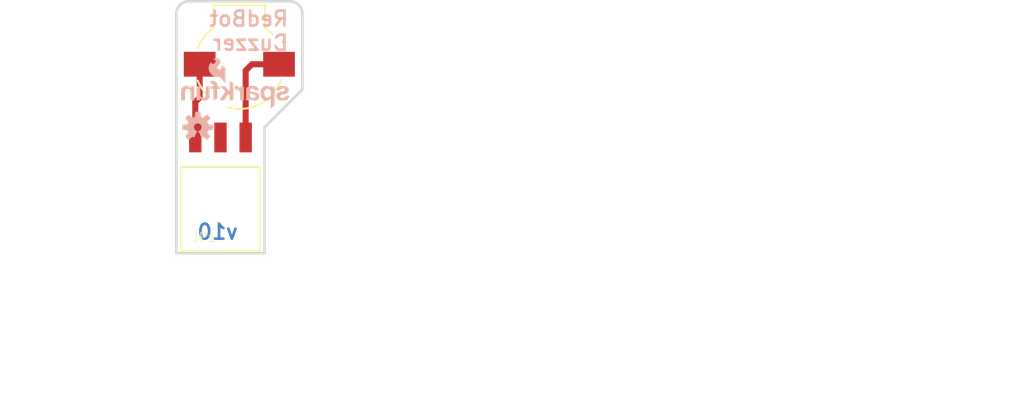
<source format=kicad_pcb>
(kicad_pcb (version 20211014) (generator pcbnew)
  (layers (0 "F.Cu" signal) (1 "In1.Cu" signal) (2 "In2.Cu" signal) (31 "B.Cu" signal) (34 "B.Paste" user) (35 "F.Paste" user) (36 "B.SilkS" user "B.Silkscreen") (37 "F.SilkS" user "F.Silkscreen") (38 "B.Mask" user) (39 "F.Mask" user) (44 "Edge.Cuts" user))
  (net 0 "")
  (net 1 "N$2")
  (net 2 "N$1")
  (footprint "boardEagle:1X03_SMD_RA_FEMALE" (layer "F.Cu") (at 146.5961 113.2586)
    (fp_text reference "JP1" (at -2.955 3.395) (layer "F.SilkS") (effects (font (size 0.92 0.92) (thickness 0.08)) (justify left bottom)))
    (fp_text value "1x3 RA Female .1\"")
    (fp_line (start 3.935 -4.25) (end -3.935 -4.25) (layer "F.SilkS") (width 0.1778))
    (fp_line (start -3.935 -4.25) (end -3.935 4.25) (layer "F.SilkS") (width 0.1778))
    (fp_line (start -3.935 4.25) (end 3.935 4.25) (layer "F.SilkS") (width 0.1778))
    (fp_line (start 3.935 4.25) (end 3.935 -4.25) (layer "F.SilkS") (width 0.1778))
    (pad "1" smd rect (at -2.54 -7.225 180) (size 1.25 3) (layers "F.Cu" "F.Paste" "F.Mask") (net 2 "N$1"))
    (pad "2" smd rect (at 0 -7.225 180) (size 1.25 3) (layers "F.Cu" "F.Paste" "F.Mask"))
    (pad "3" smd rect (at 2.54 -7.225 180) (size 1.25 3) (layers "F.Cu" "F.Paste" "F.Mask") (net 1 "N$2"))
  )
  (footprint "boardEagle:BUZZER-CCV" (layer "F.Cu") (at 148.5011 98.6536 180)
    (fp_text reference "B1" hide)
    (fp_text value "Buzzer" hide)
    (fp_line (start 2.6 6) (end 2.6 3.7) (layer "F.SilkS") (width 0.2032))
    (fp_line (start -2.6 6) (end 2.6 6) (layer "F.SilkS") (width 0.2032))
    (fp_line (start -2.6 6) (end -2.6 3.6) (layer "F.SilkS") (width 0.2032))
    (fp_arc (start -2.6 3.6) (mid -2.966573 3.343805) (end -3.302 3.048) (layer "F.SilkS") (width 0.2032))
    (fp_arc (start -4.2 -1.6) (mid -2.00129 -4.038291) (end 1.270001 -4.318001) (layer "F.SilkS") (width 0.2032))
    (fp_arc (start 4.2 1.6) (mid 3.545723 2.761027) (end 2.6 3.7) (layer "F.SilkS") (width 0.2032))
    (fp_arc (start 3.048 -3.302) (mid 3.712443 -2.540845) (end 4.191 -1.651) (layer "F.SilkS") (width 0.2032))
    (pad "" np_thru_hole circle (at 2.25 -3.9 180) (size 0.8 0.8) (drill 0.8) (layers *.Cu *.Mask))
    (pad "" np_thru_hole circle (at -3.9 2.25 180) (size 0.8 0.8) (drill 0.8) (layers *.Cu *.Mask))
    (pad "+" smd rect (at 4 0 180) (size 3.2 2.5) (layers "F.Cu" "F.Paste" "F.Mask") (net 2 "N$1"))
    (pad "-" smd rect (at -4 0 180) (size 3.2 2.5) (layers "F.Cu" "F.Paste" "F.Mask") (net 1 "N$2"))
  )
  (footprint "boardEagle:CREATIVE_COMMONS" (layer "F.Cu") (at 144.6911 132.9436)
    (fp_text reference "FRAME1" hide)
    (fp_text value "FRAME-LETTER" hide)
  )
  (footprint "boardEagle:SFE_LOGO_NAME_FLAME_.1" (layer "B.Cu") (at 153.9621 103.2256 180)
    (fp_text reference "LOGO2" hide)
    (fp_text value "SFE_LOGO_NAME_FLAME.1_INCH" hide)
    (fp_poly (pts (xy 4.32 2.38) (xy 4.38 2.38) (xy 4.43 2.37) (xy 4.48 2.35) (xy 4.53 2.34) (xy 4.58 2.32) (xy 4.7 2.23) (xy 4.73 2.19) (xy 4.75 2.15) (xy 4.77 2.1) (xy 4.78 2.05) (xy 4.78 1.18) (xy 4.79 1.16) (xy 4.79 1.07) (xy 4.8 1.05) (xy 4.8 1.03) (xy 4.81 1.01) (xy 4.81 0.98) (xy 4.82 0.96) (xy 4.83 0.95) (xy 4.83 0.94) (xy 4.44 0.94) (xy 4.44 0.95) (xy 4.43 0.96) (xy 4.43 0.97) (xy 4.42 0.98) (xy 4.42 1.01) (xy 4.41 1.02) (xy 4.41 1.08) (xy 4.39 1.05) (xy 4.36 1.03) (xy 4.34 1.01) (xy 4.31 0.99) (xy 4.28 0.98) (xy 4.25 0.96) (xy 4.13 0.92) (xy 4.1 0.92) (xy 4.07 0.91) (xy 4.03 0.91) (xy 4 0.9) (xy 3.89 0.9) (xy 3.84 0.91) (xy 3.79 0.91) (xy 3.75 0.92) (xy 3.7 0.94) (xy 3.66 0.96) (xy 3.63 0.98) (xy 3.59 1) (xy 3.56 1.03) (xy 3.54 1.06) (xy 3.51 1.1) (xy 3.49 1.13) (xy 3.48 1.18) (xy 3.46 1.22) (xy 3.46 1.27) (xy 3.45 1.32) (xy 3.47 1.43) (xy 3.5 1.52) (xy 3.54 1.59) (xy 3.61 1.65) (xy 3.68 1.69) (xy 3.76 1.72) (xy 3.84 1.74) (xy 3.93 1.75) (xy 4.01 1.54) (xy 3.98 1.53) (xy 3.96 1.52) (xy 3.95 1.51) (xy 3.91 1.49) (xy 3.9 1.48) (xy 3.88 1.47) (xy 3.85 1.41) (xy 3.85 1.39) (xy 3.84 1.37) (xy 3.84 1.32) (xy 3.85 1.29) (xy 3.85 1.27) (xy 3.86 1.25) (xy 3.87 1.24) (xy 3.88 1.22) (xy 3.9 1.21) (xy 3.91 1.2) (xy 3.95 1.18) (xy 3.97 1.18) (xy 3.99 1.17) (xy 4.01 1.17) (xy 4.03 1.16) (xy 4.08 1.16) (xy 4.13 1.17) (xy 4.18 1.17) (xy 4.22 1.19) (xy 4.26 1.2) (xy 4.29 1.22) (xy 4.31 1.24) (xy 4.33 1.27) (xy 4.35 1.29) (xy 4.37 1.35) (xy 4.38 1.37) (xy 4.39 1.4) (xy 4.39 1.63) (xy 4.37 1.61) (xy 4.35 1.61) (xy 4.31 1.59) (xy 4.29 1.59) (xy 4.27 1.58) (xy 4.23 1.58) (xy 4.18 1.78) (xy 4.25 1.8) (xy 4.31 1.82) (xy 4.36 1.85) (xy 4.39 1.89) (xy 4.39 2) (xy 4.36 2.06) (xy 4.35 2.07) (xy 4.34 2.09) (xy 4.28 2.12) (xy 4.26 2.12) (xy 4.24 2.13) (xy 4.06 2.13) (xy 3.96 2.08) (xy 3.92 2.04) (xy 3.91 2.02) (xy 3.9 1.99) (xy 3.89 1.97) (xy 3.89 1.92) (xy 3.5 1.92) (xy 3.52 2.04) (xy 3.54 2.1) (xy 3.57 2.14) (xy 3.6 2.19) (xy 3.63 2.23) (xy 3.67 2.26) (xy 3.77 2.32) (xy 3.82 2.34) (xy 3.87 2.35) (xy 3.93 2.37) (xy 3.99 2.38) (xy 4.04 2.39) (xy 4.27 2.39)) (layer "B.SilkS") (width 0) (fill solid))
    (fp_poly (pts (xy 4.23 1.58) (xy 4.21 1.57) (xy 4.19 1.57) (xy 4.16 1.56) (xy 4.12 1.56) (xy 4.09 1.55) (xy 4.05 1.55) (xy 4.03 1.54) (xy 4.01 1.54) (xy 3.93 1.75) (xy 4.11 1.77) (xy 4.18 1.78)) (layer "B.SilkS") (width 0) (fill solid))
    (fp_poly (pts (xy 1.31 2.37) (xy 1.41 2.34) (xy 1.5 2.3) (xy 1.58 2.24) (xy 1.64 2.16) (xy 1.69 2.06) (xy 1.71 1.94) (xy 1.34 1.94) (xy 1.33 1.99) (xy 1.31 2.04) (xy 1.29 2.07) (xy 1.26 2.09) (xy 1.22 2.11) (xy 1.17 2.13) (xy 1 2.13) (xy 0.97 2.12) (xy 0.93 2.11) (xy 0.9 2.1) (xy 0.86 2.04) (xy 0.86 2) (xy 0.87 1.96) (xy 0.9 1.92) (xy 0.94 1.89) (xy 1 1.86) (xy 1.06 1.84) (xy 1.14 1.83) (xy 1.38 1.77) (xy 1.47 1.75) (xy 1.61 1.67) (xy 1.67 1.62) (xy 1.71 1.56) (xy 1.74 1.49) (xy 1.75 1.4) (xy 1.73 1.27) (xy 1.69 1.16) (xy 1.63 1.08) (xy 1.55 1.01) (xy 1.45 0.96) (xy 1.34 0.93) (xy 1.22 0.91) (xy 1.1 0.9) (xy 0.98 0.91) (xy 0.86 0.93) (xy 0.75 0.96) (xy 0.65 1.01) (xy 0.57 1.08) (xy 0.5 1.17) (xy 0.46 1.27) (xy 0.44 1.4) (xy 0.81 1.4) (xy 0.81 1.34) (xy 0.83 1.29) (xy 0.86 1.25) (xy 0.94 1.19) (xy 1 1.18) (xy 1.05 1.17) (xy 1.11 1.16) (xy 1.15 1.17) (xy 1.19 1.17) (xy 1.23 1.18) (xy 1.27 1.2) (xy 1.31 1.23) (xy 1.34 1.26) (xy 1.36 1.34) (xy 1.35 1.38) (xy 1.33 1.42) (xy 1.29 1.45) (xy 1.24 1.48) (xy 1.18 1.5) (xy 1.02 1.54) (xy 0.92 1.56) (xy 0.83 1.58) (xy 0.75 1.61) (xy 0.68 1.64) (xy 0.61 1.68) (xy 0.55 1.72) (xy 0.51 1.78) (xy 0.48 1.85) (xy 0.47 1.94) (xy 0.48 2.06) (xy 0.52 2.16) (xy 0.59 2.24) (xy 0.66 2.3) (xy 0.76 2.35) (xy 0.86 2.37) (xy 0.97 2.39) (xy 1.2 2.39)) (layer "B.SilkS") (width 0) (fill solid))
    (fp_poly (pts (xy 10.95 2.38) (xy 11.06 2.35) (xy 11.15 2.3) (xy 11.22 2.23) (xy 11.27 2.15) (xy 11.3 2.05) (xy 11.32 1.94) (xy 11.33 1.81) (xy 11.33 0.94) (xy 10.94 0.94) (xy 10.94 1.74) (xy 10.93 1.82) (xy 10.92 1.89) (xy 10.91 1.95) (xy 10.88 2) (xy 10.85 2.04) (xy 10.8 2.07) (xy 10.75 2.08) (xy 10.69 2.09) (xy 10.61 2.08) (xy 10.55 2.07) (xy 10.5 2.04) (xy 10.46 1.99) (xy 10.43 1.94) (xy 10.4 1.87) (xy 10.39 1.78) (xy 10.39 0.94) (xy 10 0.94) (xy 10 2.36) (xy 10.37 2.36) (xy 10.37 2.16) (xy 10.38 2.16) (xy 10.42 2.22) (xy 10.46 2.26) (xy 10.51 2.3) (xy 10.57 2.34) (xy 10.69 2.38) (xy 10.75 2.39) (xy 10.81 2.39)) (layer "B.SilkS") (width 0) (fill solid))
    (fp_poly (pts (xy 5.9 2.38) (xy 5.91 2.38) (xy 5.91 2.02) (xy 5.9 2.02) (xy 5.88 2.03) (xy 5.77 2.03) (xy 5.67 2.02) (xy 5.59 2) (xy 5.52 1.96) (xy 5.47 1.9) (xy 5.43 1.83) (xy 5.41 1.76) (xy 5.39 1.67) (xy 5.39 0.94) (xy 5 0.94) (xy 5 2.29) (xy 5.05 2.3) (xy 5.09 2.31) (xy 5.14 2.31) (xy 5.19 2.32) (xy 5.23 2.33) (xy 5.33 2.35) (xy 5.37 2.36) (xy 5.37 2.09) (xy 5.41 2.16) (xy 5.45 2.21) (xy 5.5 2.27) (xy 5.55 2.31) (xy 5.62 2.35) (xy 5.68 2.37) (xy 5.75 2.39) (xy 5.89 2.39)) (layer "B.SilkS") (width 0) (fill solid))
    (fp_poly (pts (xy 7.95 5.16) (xy 8.03 5.13) (xy 8.09 5.1) (xy 8.13 5.07) (xy 8.14 5.06) (xy 8.11 5.06) (xy 8.08 5.07) (xy 8.05 5.07) (xy 8.01 5.06) (xy 7.96 5.05) (xy 7.92 5.03) (xy 7.88 5) (xy 7.86 4.97) (xy 7.85 4.94) (xy 7.84 4.92) (xy 7.83 4.89) (xy 7.84 4.86) (xy 7.85 4.82) (xy 7.87 4.79) (xy 7.89 4.75) (xy 7.92 4.72) (xy 7.95 4.7) (xy 7.99 4.67) (xy 8.02 4.65) (xy 8.1 4.61) (xy 8.17 4.61) (xy 8.2 4.62) (xy 8.23 4.64) (xy 8.25 4.7) (xy 8.25 4.78) (xy 8.33 4.74) (xy 8.41 4.65) (xy 8.48 4.53) (xy 8.53 4.39) (xy 8.56 4.23) (xy 8.55 4.05) (xy 8.5 3.87) (xy 8.4 3.69) (xy 8.33 3.6) (xy 8.25 3.52) (xy 8.17 3.45) (xy 8.07 3.39) (xy 7.97 3.35) (xy 7.86 3.32) (xy 7.74 3.3) (xy 7.55 3.3) (xy 7.49 3.29) (xy 7.44 3.26) (xy 7.34 3.18) (xy 7.29 3.12) (xy 7.16 2.99) (xy 7.11 2.92) (xy 7.05 2.86) (xy 7 2.8) (xy 6.95 2.75) (xy 6.92 2.71) (xy 6.89 2.68) (xy 6.87 2.65) (xy 6.86 2.65) (xy 6.86 3.93) (xy 6.88 4.11) (xy 6.9 4.17) (xy 6.93 4.23) (xy 6.96 4.28) (xy 7.01 4.31) (xy 7.05 4.34) (xy 7.15 4.38) (xy 7.21 4.39) (xy 7.29 4.39) (xy 7.33 4.38) (xy 7.35 4.38) (xy 7.37 4.37) (xy 7.36 4.36) (xy 7.32 4.34) (xy 7.29 4.33) (xy 7.25 4.29) (xy 7.23 4.26) (xy 7.22 4.23) (xy 7.22 4.2) (xy 7.23 4.17) (xy 7.25 4.13) (xy 7.28 4.1) (xy 7.31 4.08) (xy 7.36 4.06) (xy 7.41 4.05) (xy 7.49 4.05) (xy 7.57 4.07) (xy 7.63 4.11) (xy 7.67 4.16) (xy 7.69 4.22) (xy 7.69 4.29) (xy 7.66 4.36) (xy 7.59 4.44) (xy 7.51 4.53) (xy 7.44 4.61) (xy 7.39 4.7) (xy 7.37 4.79) (xy 7.37 4.87) (xy 7.4 4.96) (xy 7.45 5.03) (xy 7.54 5.11) (xy 7.65 5.17) (xy 7.76 5.19) (xy 7.86 5.19)) (layer "B.SilkS") (width 0) (fill solid))
    (fp_poly (pts (xy 8.37 2.88) (xy 8.37 2.6) (xy 8.2 2.6) (xy 8.16 2.59) (xy 8.12 2.57) (xy 8.1 2.54) (xy 8.09 2.52) (xy 8.09 2.48) (xy 8.08 2.44) (xy 8.08 2.36) (xy 8.35 2.36) (xy 8.35 2.1) (xy 8.08 2.1) (xy 8.08 0.94) (xy 7.7 0.94) (xy 7.7 2.1) (xy 7.31 2.1) (xy 7.35 2.13) (xy 7.51 2.29) (xy 7.55 2.32) (xy 7.58 2.36) (xy 7.7 2.36) (xy 7.7 2.56) (xy 7.73 2.64) (xy 7.76 2.71) (xy 7.81 2.77) (xy 7.88 2.82) (xy 7.96 2.86) (xy 8.06 2.89) (xy 8.35 2.89)) (layer "B.SilkS") (width 0) (fill solid))
    (fp_poly (pts (xy 3.34 1.63) (xy 3.33 1.49) (xy 3.3 1.36) (xy 3.25 1.24) (xy 2.91 1.4) (xy 2.94 1.48) (xy 2.95 1.56) (xy 2.95 1.64)) (layer "B.SilkS") (width 0) (fill solid))
    (fp_poly (pts (xy 2.85 2.38) (xy 2.99 2.33) (xy 3.1 2.26) (xy 3.19 2.16) (xy 3.26 2.05) (xy 3.3 1.92) (xy 3.33 1.78) (xy 3.34 1.63) (xy 2.95 1.64) (xy 2.95 1.73) (xy 2.94 1.81) (xy 2.91 1.89) (xy 2.88 1.96) (xy 2.83 2.02) (xy 2.77 2.06) (xy 2.7 2.09) (xy 2.61 2.1) (xy 2.53 2.09) (xy 2.45 2.06) (xy 2.4 2.02) (xy 2.35 1.96) (xy 2.32 1.89) (xy 2.29 1.81) (xy 2.28 1.73) (xy 2.28 1.56) (xy 2.32 1.4) (xy 2.35 1.33) (xy 2.4 1.28) (xy 2.46 1.23) (xy 2.53 1.21) (xy 2.62 1.2) (xy 2.7 1.21) (xy 2.78 1.23) (xy 2.84 1.28) (xy 2.88 1.33) (xy 2.91 1.4) (xy 3.25 1.24) (xy 3.19 1.13) (xy 3.1 1.04) (xy 2.99 0.96) (xy 2.87 0.92) (xy 2.72 0.9) (xy 2.54 0.93) (xy 2.48 0.96) (xy 2.38 1.02) (xy 2.3 1.12) (xy 2.29 1.12) (xy 2.29 0.1) (xy 2.2 0.19) (xy 2.05 0.31) (xy 1.96 0.4) (xy 1.91 0.44) (xy 1.91 2.29) (xy 1.95 2.3) (xy 2 2.31) (xy 2.05 2.31) (xy 2.09 2.32) (xy 2.14 2.33) (xy 2.18 2.34) (xy 2.28 2.36) (xy 2.28 2.18) (xy 2.32 2.23) (xy 2.36 2.27) (xy 2.41 2.31) (xy 2.51 2.37) (xy 2.63 2.39) (xy 2.7 2.39)) (layer "B.SilkS") (width 0) (fill solid))
    (fp_poly (pts (xy 8.85 1.56) (xy 8.87 1.4) (xy 8.88 1.34) (xy 8.94 1.26) (xy 8.99 1.23) (xy 9.04 1.22) (xy 9.1 1.21) (xy 9.18 1.22) (xy 9.24 1.23) (xy 9.29 1.26) (xy 9.33 1.3) (xy 9.36 1.36) (xy 9.39 1.43) (xy 9.4 1.51) (xy 9.4 2.36) (xy 9.79 2.36) (xy 9.79 0.94) (xy 9.42 0.94) (xy 9.42 1.14) (xy 9.41 1.14) (xy 9.37 1.08) (xy 9.33 1.03) (xy 9.28 0.99) (xy 9.22 0.96) (xy 9.17 0.94) (xy 9.11 0.92) (xy 9.04 0.91) (xy 8.98 0.9) (xy 8.84 0.91) (xy 8.73 0.95) (xy 8.64 1) (xy 8.57 1.06) (xy 8.52 1.15) (xy 8.49 1.25) (xy 8.47 1.36) (xy 8.47 2.36) (xy 8.85 2.36)) (layer "B.SilkS") (width 0) (fill solid))
    (fp_poly (pts (xy 6.45 1.85) (xy 6.94 2.36) (xy 7.4 2.36) (xy 6.87 1.84) (xy 7.46 0.94) (xy 6.99 0.94) (xy 6.6 1.57) (xy 6.45 1.43) (xy 6.45 0.94) (xy 6.06 0.94) (xy 6.06 2.68) (xy 6.45 2.89)) (layer "B.SilkS") (width 0) (fill solid))
  )
  (footprint "boardEagle:OSHW-LOGO-S" (layer "B.Cu") (at 144.3101 105.0036 180)
    (fp_text reference "LOGO1" hide)
    (fp_text value "OSHW-LOGOS" hide)
    (fp_poly (pts (xy 0.301647 1.061351) (xy 0.42347 1.022344) (xy 0.537177 0.963769) (xy 0.92862 1.282946) (xy 1.282946 0.92862) (xy 0.961035 0.533823) (xy 1.057046 0.302084) (xy 1.5638 0.250561) (xy 1.5638 -0.250561) (xy 1.057046 -0.302084) (xy 0.961035 -0.533823) (xy 1.282946 -0.92862) (xy 0.92862 -1.282946) (xy 0.537177 -0.96377) (xy 0.356601 -1.056794) (xy 0.088679 -0.410073) (xy 0.326262 -0.2176) (xy 0.373649 -0.121468) (xy 0.392729 -0.010339) (xy 0.379464 0.101634) (xy 0.334947 0.205229) (xy 0.262842 0.291918) (xy 0.169087 0.354561) (xy 0.061406 0.387999) (xy -0.051342 0.38948) (xy -0.159868 0.358881) (xy -0.255234 0.298724) (xy -0.329589 0.213962) (xy -0.376813 0.111569) (xy -0.392176 0.005767) (xy -0.322923 -0.222565) (xy -0.249312 -0.303773) (xy 0.091677 -0.5081) (xy -0.12929 -0.5081) (xy -0.355332 -1.053732) (xy -0.506597 -0.983577) (xy -0.538922 -0.965192) (xy -0.92862 -1.282946) (xy -1.282946 -0.92862) (xy -0.961035 -0.533823) (xy -1.057046 -0.302084) (xy -1.5638 -0.250561) (xy -1.5638 0.250561) (xy -1.057046 0.302084) (xy -0.961035 0.533823) (xy -1.282946 0.92862) (xy -0.92862 1.282946) (xy -0.533823 0.961035) (xy -0.302084 1.057046) (xy -0.250561 1.5638) (xy 0.250561 1.5638)) (layer "B.SilkS") (width 0) (fill solid))
  )
  (gr_line (start 151.0411 117.7036) (end 151.0411 105.0036) (layer "Edge.Cuts") (width 0.254))
  (gr_line (start 143.4211 92.3036) (end 153.5811 92.3036) (layer "Edge.Cuts") (width 0.254))
  (gr_line (start 151.0411 105.0036) (end 154.8511 101.1936) (layer "Edge.Cuts") (width 0.254))
  (gr_line (start 151.0411 117.7036) (end 142.1511 117.7036) (layer "Edge.Cuts") (width 0.254))
  (gr_line (start 154.8511 93.5736) (end 154.8511 101.1936) (layer "Edge.Cuts") (width 0.254))
  (gr_arc (start 153.5811 92.3036) (mid 154.479126 92.675574) (end 154.8511 93.5736) (layer "Edge.Cuts") (width 0.254))
  (gr_arc (start 142.1511 93.5736) (mid 142.523074 92.675574) (end 143.4211 92.3036) (layer "Edge.Cuts") (width 0.254))
  (gr_line (start 142.1511 117.7036) (end 142.1511 93.5736) (layer "Edge.Cuts") (width 0.254))
  (gr_text "v10" (at 148.5011 116.4336) (layer "B.Cu") (effects (font (size 1.5113 1.5113) (thickness 0.2667)) (justify left bottom mirror)))
  (gr_text "RedBot\nBuzzer" (at 153.5811 97.3836) (layer "B.SilkS") (effects (font (size 1.5113 1.5113) (thickness 0.2667)) (justify left bottom mirror)))
  (segment (start 149.7711 98.6536) (end 152.5011 98.6536) (width 0.6096) (layer "F.Cu") (net 1))
  (segment (start 149.1361 106.0336) (end 149.1361 99.2886) (width 0.6096) (layer "F.Cu") (net 1))
  (segment (start 149.1361 99.2886) (end 149.7711 98.6536) (width 0.6096) (layer "F.Cu") (net 1))
  (segment (start 144.0561 102.4636) (end 144.5011 102.0186) (width 0.6096) (layer "F.Cu") (net 2))
  (segment (start 144.0561 106.0336) (end 144.0561 102.4636) (width 0.6096) (layer "F.Cu") (net 2))
  (segment (start 144.5011 98.6536) (end 144.5011 102.0186) (width 0.6096) (layer "F.Cu") (net 2))
)
</source>
